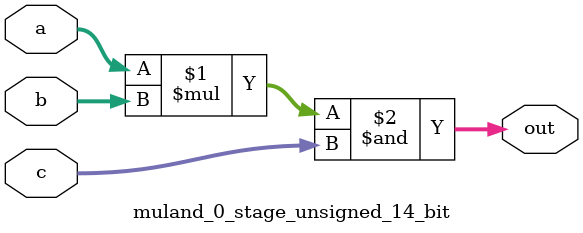
<source format=sv>
(* use_dsp = "yes" *) module muland_0_stage_unsigned_14_bit(
	input  [13:0] a,
	input  [13:0] b,
	input  [13:0] c,
	output [13:0] out
	);

	assign out = (a * b) & c;
endmodule

</source>
